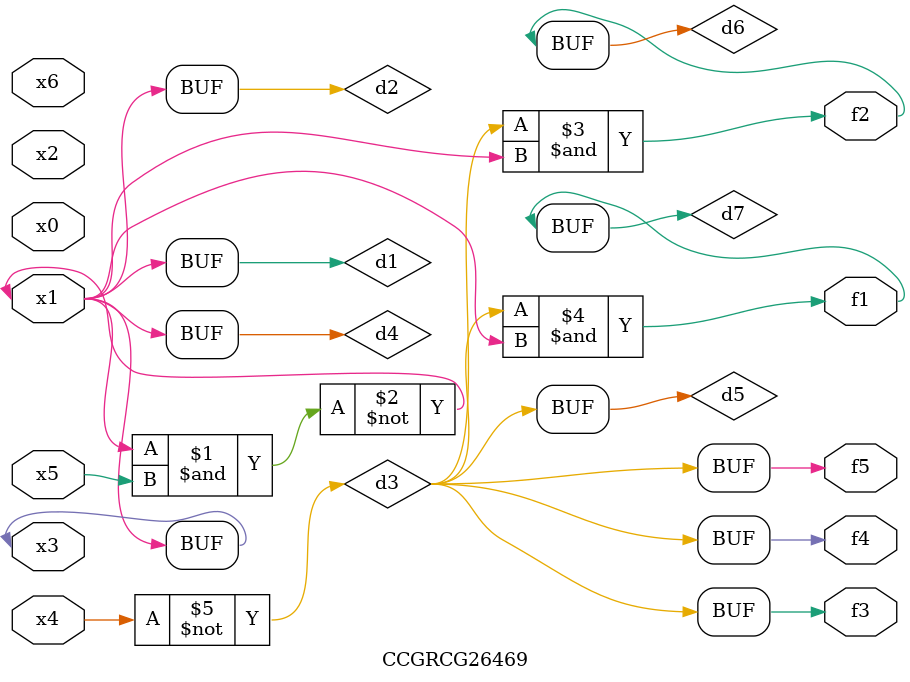
<source format=v>
module CCGRCG26469(
	input x0, x1, x2, x3, x4, x5, x6,
	output f1, f2, f3, f4, f5
);

	wire d1, d2, d3, d4, d5, d6, d7;

	buf (d1, x1, x3);
	nand (d2, x1, x5);
	not (d3, x4);
	buf (d4, d1, d2);
	buf (d5, d3);
	and (d6, d3, d4);
	and (d7, d3, d4);
	assign f1 = d7;
	assign f2 = d6;
	assign f3 = d5;
	assign f4 = d5;
	assign f5 = d5;
endmodule

</source>
